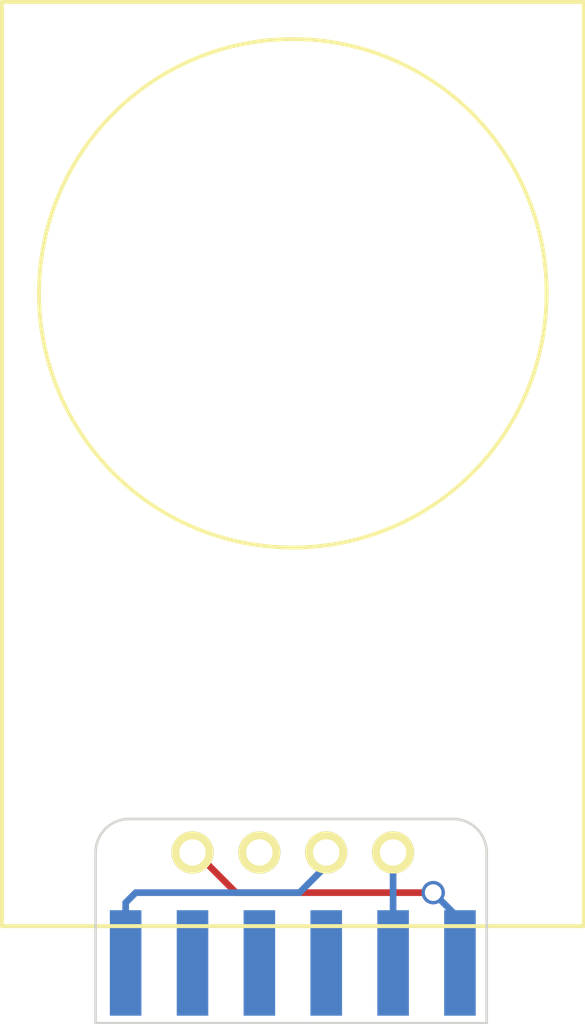
<source format=kicad_pcb>
(kicad_pcb (version 3) (host pcbnew "(22-Jun-2014 BZR 4027)-stable")

  (general
    (links 3)
    (no_connects 0)
    (area 183.693999 96.825999 206.450001 138.878)
    (thickness 1.6)
    (drawings 6)
    (tracks 12)
    (zones 0)
    (modules 2)
    (nets 4)
  )

  (page A3)
  (layers
    (15 F.Cu signal)
    (0 B.Cu signal)
    (16 B.Adhes user)
    (17 F.Adhes user)
    (18 B.Paste user)
    (19 F.Paste user)
    (20 B.SilkS user)
    (21 F.SilkS user)
    (22 B.Mask user)
    (23 F.Mask user)
    (24 Dwgs.User user)
    (25 Cmts.User user)
    (26 Eco1.User user)
    (27 Eco2.User user)
    (28 Edge.Cuts user)
  )

  (setup
    (last_trace_width 0.254)
    (trace_clearance 0.254)
    (zone_clearance 0.508)
    (zone_45_only no)
    (trace_min 0.254)
    (segment_width 0.2)
    (edge_width 0.1)
    (via_size 0.889)
    (via_drill 0.635)
    (via_min_size 0.889)
    (via_min_drill 0.508)
    (uvia_size 0.508)
    (uvia_drill 0.127)
    (uvias_allowed no)
    (uvia_min_size 0.508)
    (uvia_min_drill 0.127)
    (pcb_text_width 0.3)
    (pcb_text_size 1.5 1.5)
    (mod_edge_width 0.15)
    (mod_text_size 1 1)
    (mod_text_width 0.15)
    (pad_size 1.6 1.6)
    (pad_drill 1)
    (pad_to_mask_clearance 0)
    (aux_axis_origin 0 0)
    (visible_elements FFFFFFBF)
    (pcbplotparams
      (layerselection 284196865)
      (usegerberextensions true)
      (excludeedgelayer true)
      (linewidth 0.150000)
      (plotframeref false)
      (viasonmask false)
      (mode 1)
      (useauxorigin false)
      (hpglpennumber 1)
      (hpglpenspeed 20)
      (hpglpendiameter 15)
      (hpglpenoverlay 2)
      (psnegative false)
      (psa4output false)
      (plotreference true)
      (plotvalue true)
      (plotothertext true)
      (plotinvisibletext false)
      (padsonsilk false)
      (subtractmaskfromsilk false)
      (outputformat 1)
      (mirror false)
      (drillshape 0)
      (scaleselection 1)
      (outputdirectory gerbers/))
  )

  (net 0 "")
  (net 1 N-000001)
  (net 2 N-000002)
  (net 3 N-000003)

  (net_class Default "This is the default net class."
    (clearance 0.254)
    (trace_width 0.254)
    (via_dia 0.889)
    (via_drill 0.635)
    (uvia_dia 0.508)
    (uvia_drill 0.127)
    (add_net "")
    (add_net N-000001)
    (add_net N-000002)
    (add_net N-000003)
  )

  (module MQ-3_custom (layer F.Cu) (tedit 5818BA7A) (tstamp 5818B6F1)
    (at 195.072 129.413)
    (path /5818B562)
    (fp_text reference U2 (at 0 -9.144) (layer F.SilkS) hide
      (effects (font (size 1 1) (thickness 0.15)))
    )
    (fp_text value MQ-3 (at 0 -5.588) (layer F.SilkS) hide
      (effects (font (size 1 1) (thickness 0.15)))
    )
    (fp_circle (center 0 -21.209) (end 7.366 -14.986) (layer F.SilkS) (width 0.15))
    (fp_line (start -11.049 2.794) (end -11.049 -32.258) (layer F.SilkS) (width 0.15))
    (fp_line (start -11.049 -32.258) (end 11.049 -32.258) (layer F.SilkS) (width 0.15))
    (fp_line (start 11.049 -32.258) (end 11.049 2.794) (layer F.SilkS) (width 0.15))
    (fp_line (start -11.049 2.794) (end 11.049 2.794) (layer F.SilkS) (width 0.15))
    (pad 2 thru_hole circle (at -1.27 0) (size 1.6 1.6) (drill 1)
      (layers *.Cu *.Mask F.SilkS)
    )
    (pad 3 thru_hole circle (at 1.27 0) (size 1.6 1.6) (drill 1)
      (layers *.Cu *.Mask F.SilkS)
      (net 2 N-000002)
    )
    (pad 1 thru_hole circle (at -3.81 0) (size 1.6 1.6) (drill 1)
      (layers *.Cu *.Mask F.SilkS)
      (net 3 N-000003)
    )
    (pad 4 thru_hole circle (at 3.81 0) (size 1.6 1.6) (drill 1)
      (layers *.Cu *.Mask F.SilkS)
      (net 1 N-000001)
    )
  )

  (module electro_hat_male_mirrored (layer B.Cu) (tedit 5818BA77) (tstamp 5818B91E)
    (at 195.072 133.604)
    (path /5818B310)
    (fp_text reference U1 (at 0 4.445) (layer B.SilkS) hide
      (effects (font (size 1 1) (thickness 0.15)) (justify mirror))
    )
    (fp_text value ELECTRO_HAT (at 0 -4.953) (layer B.SilkS) hide
      (effects (font (size 1 1) (thickness 0.15)) (justify mirror))
    )
    (pad 3 smd rect (at 1.27 0) (size 1.2 4)
      (layers B.Cu B.Paste B.Mask)
    )
    (pad 4 smd rect (at -1.27 0) (size 1.2 4)
      (layers B.Cu B.Paste B.Mask)
    )
    (pad 2 smd rect (at 3.81 0) (size 1.2 4)
      (layers B.Cu B.Paste B.Mask)
      (net 1 N-000001)
    )
    (pad 1 smd rect (at 6.35 0) (size 1.2 4)
      (layers B.Cu B.Paste B.Mask)
      (net 3 N-000003)
    )
    (pad 5 smd rect (at -3.81 0) (size 1.2 4)
      (layers B.Cu B.Paste B.Mask)
    )
    (pad 6 smd rect (at -6.35 0) (size 1.2 4)
      (layers B.Cu B.Paste B.Mask)
      (net 2 N-000002)
    )
  )

  (gr_line (start 187.579 129.413) (end 187.579 135.89) (angle 90) (layer Edge.Cuts) (width 0.1))
  (gr_line (start 201.168 128.143) (end 188.849 128.143) (angle 90) (layer Edge.Cuts) (width 0.1))
  (gr_line (start 202.438 129.413) (end 202.438 135.89) (angle 90) (layer Edge.Cuts) (width 0.1))
  (gr_arc (start 188.849 129.413) (end 187.579 129.413) (angle 90) (layer Edge.Cuts) (width 0.1))
  (gr_arc (start 201.168 129.413) (end 201.168 128.143) (angle 90) (layer Edge.Cuts) (width 0.1))
  (gr_line (start 187.579 135.89) (end 202.438 135.89) (angle 90) (layer Edge.Cuts) (width 0.1))

  (segment (start 198.882 129.413) (end 198.882 133.604) (width 0.254) (layer B.Cu) (net 1))
  (segment (start 196.342 129.413) (end 196.342 129.921) (width 0.254) (layer B.Cu) (net 2))
  (segment (start 188.722 131.318) (end 188.722 133.604) (width 0.254) (layer B.Cu) (net 2) (tstamp 5818BA07))
  (segment (start 189.103 130.937) (end 188.722 131.318) (width 0.254) (layer B.Cu) (net 2) (tstamp 5818BA05))
  (segment (start 195.326 130.937) (end 189.103 130.937) (width 0.254) (layer B.Cu) (net 2) (tstamp 5818BA01))
  (segment (start 196.342 129.921) (end 195.326 130.937) (width 0.254) (layer B.Cu) (net 2) (tstamp 5818B9FF))
  (segment (start 191.262 129.413) (end 191.389 129.413) (width 0.254) (layer F.Cu) (net 3))
  (segment (start 201.422 131.953) (end 201.422 133.604) (width 0.254) (layer B.Cu) (net 3) (tstamp 5818B9F9))
  (segment (start 200.406 130.937) (end 201.422 131.953) (width 0.254) (layer B.Cu) (net 3) (tstamp 5818B9F8))
  (via (at 200.406 130.937) (size 0.889) (layers F.Cu B.Cu) (net 3))
  (segment (start 192.913 130.937) (end 200.406 130.937) (width 0.254) (layer F.Cu) (net 3) (tstamp 5818B9F0))
  (segment (start 191.389 129.413) (end 192.913 130.937) (width 0.254) (layer F.Cu) (net 3) (tstamp 5818B9ED))

)

</source>
